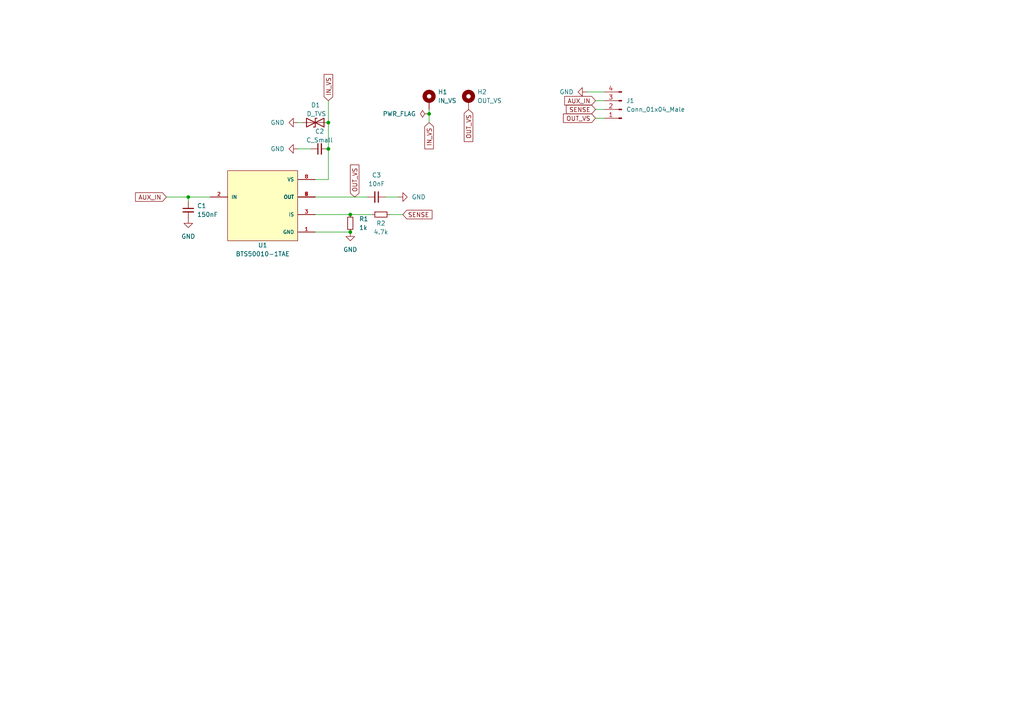
<source format=kicad_sch>
(kicad_sch (version 20211123) (generator eeschema)
  (paper "A4")
  (lib_symbols
    (symbol "Connector:Conn_01x04_Male" (pin_names (offset 1.016) hide)
      (property "Reference" "J" (at 0 5.08 0))
      (property "Value" "Conn_01x04_Male" (at 0 -7.62 0))
      (symbol "Conn_01x04_Male_1_1"
        (polyline (pts (xy 1.27 -5.08) (xy 0.8636 -5.08)) (stroke (width 0.1524)))
        (polyline (pts (xy 1.27 -2.54) (xy 0.8636 -2.54)) (stroke (width 0.1524)))
        (polyline (pts (xy 1.27 0) (xy 0.8636 0)) (stroke (width 0.1524)))
        (polyline (pts (xy 1.27 2.54) (xy 0.8636 2.54)) (stroke (width 0.1524)))
        (rectangle (start 0.8636 -4.953) (end 0 -5.207) (stroke (width 0.1524)) (fill (type outline)))
        (rectangle (start 0.8636 -2.413) (end 0 -2.667) (stroke (width 0.1524)) (fill (type outline)))
        (rectangle (start 0.8636 0.127) (end 0 -0.127) (stroke (width 0.1524)) (fill (type outline)))
        (rectangle (start 0.8636 2.667) (end 0 2.413) (stroke (width 0.1524)) (fill (type outline)))
        (pin passive line (at 5.08 2.54 180) (length 3.81) (name "Pin_1") (number "1"))
        (pin passive line (at 5.08 0 180) (length 3.81) (name "Pin_2") (number "2"))
        (pin passive line (at 5.08 -2.54 180) (length 3.81) (name "Pin_3") (number "3"))
        (pin passive line (at 5.08 -5.08 180) (length 3.81) (name "Pin_4") (number "4"))
      )
    )
    (symbol "Device:C_Small" (pin_numbers hide) (pin_names (offset 0.254) hide)
      (property "Reference" "C" (at 0.254 1.778 0))
      (property "Value" "C_Small" (at 0.254 -2.032 0))
      (symbol "C_Small_0_1"
        (polyline (pts (xy -1.524 -0.508) (xy 1.524 -0.508)) (stroke (width 0.3302)))
        (polyline (pts (xy -1.524 0.508) (xy 1.524 0.508)) (stroke (width 0.3048)))
      )
      (symbol "C_Small_1_1"
        (pin passive line (at 0 2.54 270) (length 2.032) (name "~") (number "1"))
        (pin passive line (at 0 -2.54 90) (length 2.032) (name "~") (number "2"))
      )
    )
    (symbol "Device:D_TVS" (pin_numbers hide) (pin_names (offset 1.016) hide)
      (property "Reference" "D" (at 0 2.54 0))
      (property "Value" "D_TVS" (at 0 -2.54 0))
      (symbol "D_TVS_0_1"
        (polyline (pts (xy 1.27 0) (xy -1.27 0)))
        (polyline (pts (xy 0.508 1.27) (xy 0 1.27) (xy 0 -1.27) (xy -0.508 -1.27)) (stroke (width 0.254)))
        (polyline (pts (xy -2.54 1.27) (xy -2.54 -1.27) (xy 2.54 1.27) (xy 2.54 -1.27) (xy -2.54 1.27)) (stroke (width 0.254)))
      )
      (symbol "D_TVS_1_1"
        (pin passive line (at -3.81 0 0) (length 2.54) (name "A1") (number "1"))
        (pin passive line (at 3.81 0 180) (length 2.54) (name "A2") (number "2"))
      )
    )
    (symbol "Device:R_Small" (pin_numbers hide) (pin_names (offset 0.254) hide)
      (property "Reference" "R" (at 0.762 0.508 0))
      (property "Value" "R_Small" (at 0.762 -1.016 0))
      (symbol "R_Small_0_1"
        (rectangle (start -0.762 1.778) (end 0.762 -1.778) (stroke (width 0.2032)))
      )
      (symbol "R_Small_1_1"
        (pin passive line (at 0 2.54 270) (length 0.762) (name "~") (number "1"))
        (pin passive line (at 0 -2.54 90) (length 0.762) (name "~") (number "2"))
      )
    )
    (symbol "Mechanical:MountingHole_Pad" (pin_numbers hide) (pin_names (offset 1.016) hide)
      (property "Reference" "H" (at 0 6.35 0))
      (property "Value" "MountingHole_Pad" (at 0 4.445 0))
      (symbol "MountingHole_Pad_0_1"
        (circle (center 0 1.27) (radius 1.27) (stroke (width 1.27)))
      )
      (symbol "MountingHole_Pad_1_1"
        (pin input line (at 0 -2.54 90) (length 2.54) (name "1") (number "1"))
      )
    )
    (symbol "PDM_additional:BTS50010-1TAE" (pin_names (offset 1.016))
      (property "Reference" "U" (at -10.16 10.795 0))
      (property "Value" "BTS50010-1TAE" (at -10.16 -12.065 0))
      (symbol "BTS50010-1TAE_0_0"
        (rectangle (start -10.16 -10.16) (end 10.16 10.16) (stroke (width 0.1524)) (fill (type background)))
        (pin power_in line (at 15.24 -7.62 180) (length 5.08) (name "GND") (number "1"))
        (pin input line (at -15.24 2.54 0) (length 5.08) (name "IN") (number "2"))
        (pin output line (at 15.24 -2.54 180) (length 5.08) (name "IS") (number "3"))
        (pin output line (at 15.24 2.54 180) (length 5.08) (name "OUT") (number "5"))
        (pin output line (at 15.24 2.54 180) (length 5.08) (name "OUT") (number "6"))
        (pin output line (at 15.24 2.54 180) (length 5.08) (name "OUT") (number "7"))
        (pin power_in line (at 15.24 7.62 180) (length 5.08) (name "VS") (number "8"))
      )
    )
    (symbol "power:GND" (power) (pin_names (offset 0))
      (property "Value" "GND" (at 0 -3.81 0))
      (symbol "GND_0_1"
        (polyline (pts (xy 0 0) (xy 0 -1.27) (xy 1.27 -1.27) (xy 0 -2.54) (xy -1.27 -1.27) (xy 0 -1.27)))
      )
      (symbol "GND_1_1"
        (pin power_in line (at 0 0 270) (length 0) hide (name "GND") (number "1"))
      )
    )
    (symbol "power:PWR_FLAG" (power) (pin_numbers hide) (pin_names (offset 0) hide)
      (property "Value" "PWR_FLAG" (at 0 3.81 0))
      (symbol "PWR_FLAG_0_0"
        (pin power_out line (at 0 0 90) (length 0) (name "pwr") (number "1"))
      )
      (symbol "PWR_FLAG_0_1"
        (polyline (pts (xy 0 0) (xy 0 1.27) (xy -1.016 1.905) (xy 0 2.54) (xy 1.016 1.905) (xy 0 1.27)))
      )
    )
  )
  (junction (at 95.25 43.18))
  (junction (at 101.6 67.31))
  (junction (at 124.46 33.02))
  (junction (at 95.25 35.56))
  (junction (at 101.6 62.23))
  (junction (at 54.61 57.15))
  (wire (pts (xy 124.46 33.02) (xy 124.46 35.56)))
  (wire (pts (xy 172.72 34.29) (xy 175.26 34.29)))
  (wire (pts (xy 172.72 29.21) (xy 175.26 29.21)))
  (wire (pts (xy 95.25 52.07) (xy 95.25 43.18)))
  (wire (pts (xy 172.72 31.75) (xy 175.26 31.75)))
  (wire (pts (xy 91.44 57.15) (xy 106.68 57.15)))
  (wire (pts (xy 54.61 57.15) (xy 54.61 58.42)))
  (wire (pts (xy 101.6 62.23) (xy 107.95 62.23)))
  (wire (pts (xy 91.44 52.07) (xy 95.25 52.07)))
  (wire (pts (xy 91.44 62.23) (xy 101.6 62.23)))
  (wire (pts (xy 86.36 35.56) (xy 87.63 35.56)))
  (wire (pts (xy 95.25 35.56) (xy 95.25 29.21)))
  (wire (pts (xy 113.03 62.23) (xy 116.84 62.23)))
  (wire (pts (xy 170.18 26.67) (xy 175.26 26.67)))
  (wire (pts (xy 124.46 31.75) (xy 124.46 33.02)))
  (wire (pts (xy 86.36 43.18) (xy 90.17 43.18)))
  (wire (pts (xy 48.26 57.15) (xy 54.61 57.15)))
  (wire (pts (xy 91.44 67.31) (xy 101.6 67.31)))
  (wire (pts (xy 60.96 57.15) (xy 54.61 57.15)))
  (wire (pts (xy 111.76 57.15) (xy 115.57 57.15)))
  (wire (pts (xy 95.25 43.18) (xy 95.25 35.56)))
  (global_label "AUX_IN" (shape input) (at 48.26 57.15 180) (property "Intersheet References" "${INTERSHEET_REFS}" (effects hide)))
  (global_label "IN_VS" (shape input) (at 95.25 29.21 90) (property "Intersheet References" "${INTERSHEET_REFS}" (effects hide)))
  (global_label "OUT_VS" (shape input) (at 172.72 34.29 180) (property "Intersheet References" "${INTERSHEET_REFS}" (effects hide)))
  (global_label "IN_VS" (shape input) (at 124.46 35.56 270) (property "Intersheet References" "${INTERSHEET_REFS}" (effects hide)))
  (global_label "SENSE" (shape input) (at 172.72 31.75 180) (property "Intersheet References" "${INTERSHEET_REFS}" (effects hide)))
  (global_label "SENSE" (shape input) (at 116.84 62.23 0) (property "Intersheet References" "${INTERSHEET_REFS}" (effects hide)))
  (global_label "OUT_VS" (shape input) (at 102.87 57.15 90) (property "Intersheet References" "${INTERSHEET_REFS}" (effects hide)))
  (global_label "AUX_IN" (shape input) (at 172.72 29.21 180) (property "Intersheet References" "${INTERSHEET_REFS}" (effects hide)))
  (global_label "OUT_VS" (shape input) (at 135.89 31.75 270) (property "Intersheet References" "${INTERSHEET_REFS}" (effects hide)))
  (symbol (lib_id "Device:C_Small") (at 109.22 57.15 270) (unit 1)
    (property "Reference" "C3" (at 109.2136 50.8 90))
    (property "Value" "10nF" (at 109.2136 53.34 90))
    (property "Footprint" "Capacitor_SMD:C_0805_2012Metric_Pad1.18x1.45mm_HandSolder" (effects hide))
  )
  (symbol (lib_id "PDM_additional:BTS50010-1TAE") (at 76.2 59.69 0) (unit 1)
    (property "Reference" "U1" (at 76.2 71.12 0))
    (property "Value" "BTS50010-1TAE" (at 76.2 73.66 0))
    (property "Footprint" "PDM_Additional:TO127P1500X440-8N" (effects hide))
    (property "STANDARD" "IPC-7351B" (effects hide))
    (property "MAXIMUM_PACKAGE_HEIGHT" "4.4mm" (effects hide))
    (property "MANUFACTURER" "Infineon" (effects hide))
    (property "PARTREV" "1.0" (effects hide))
  )
  (symbol (lib_id "Device:C_Small") (at 54.61 60.96 0) (unit 1)
    (property "Reference" "C1" (at 57.15 59.6962 0) (effects (justify left)))
    (property "Value" "150nF" (at 57.15 62.2362 0) (effects (justify left)))
    (property "Footprint" "Capacitor_SMD:C_0805_2012Metric_Pad1.18x1.45mm_HandSolder" (effects hide))
  )
  (symbol (lib_id "power:GND") (at 101.6 67.31 0) (unit 1)
    (property "Reference" "#PWR0106" (effects hide))
    (property "Value" "GND" (at 101.6 72.39 0))
  )
  (symbol (lib_id "Device:C_Small") (at 92.71 43.18 90) (unit 1)
    (property "Reference" "C2" (at 92.71 38.1 90))
    (property "Value" "C_Small" (at 92.71 40.64 90))
    (property "Footprint" "Capacitor_SMD:C_0805_2012Metric_Pad1.18x1.45mm_HandSolder" (effects hide))
  )
  (symbol (lib_id "power:GND") (at 115.57 57.15 90) (unit 1)
    (property "Reference" "#PWR0102" (effects hide))
    (property "Value" "GND" (at 119.38 57.1499 90) (effects (justify right)))
  )
  (symbol (lib_id "power:PWR_FLAG") (at 124.46 33.02 90) (unit 1)
    (property "Reference" "#FLG0101" (effects hide))
    (property "Value" "PWR_FLAG" (at 120.65 33.0199 90) (effects (justify left)))
  )
  (symbol (lib_id "Connector:Conn_01x04_Male") (at 180.34 31.75 180) (unit 1)
    (property "Reference" "J1" (at 181.61 29.2099 0) (effects (justify right)))
    (property "Value" "Conn_01x04_Male" (at 181.61 31.7499 0) (effects (justify right)))
    (property "Footprint" "Connector_PinHeader_2.54mm:PinHeader_1x04_P2.54mm_Vertical" (effects hide))
  )
  (symbol (lib_id "Device:R_Small") (at 101.6 64.77 0) (unit 1)
    (property "Reference" "R1" (at 104.14 63.4999 0) (effects (justify left)))
    (property "Value" "1k" (at 104.14 66.0399 0) (effects (justify left)))
    (property "Footprint" "Resistor_SMD:R_0805_2012Metric_Pad1.20x1.40mm_HandSolder" (effects hide))
  )
  (symbol (lib_id "Mechanical:MountingHole_Pad") (at 135.89 29.21 0) (unit 1)
    (property "Reference" "H2" (at 138.43 26.6699 0) (effects (justify left)))
    (property "Value" "OUT_VS" (at 138.43 29.2099 0) (effects (justify left)))
    (property "Footprint" "MountingHole:MountingHole_3.2mm_M3_ISO7380_Pad_TopBottom" (effects hide))
  )
  (symbol (lib_id "power:GND") (at 86.36 43.18 270) (unit 1)
    (property "Reference" "#PWR0105" (effects hide))
    (property "Value" "GND" (at 82.55 43.1799 90) (effects (justify right)))
  )
  (symbol (lib_id "power:GND") (at 86.36 35.56 270) (unit 1)
    (property "Reference" "#PWR0101" (effects hide))
    (property "Value" "GND" (at 82.55 35.5599 90) (effects (justify right)))
  )
  (symbol (lib_id "power:GND") (at 170.18 26.67 270) (unit 1)
    (property "Reference" "#PWR0107" (effects hide))
    (property "Value" "GND" (at 166.37 26.6699 90) (effects (justify right)))
  )
  (symbol (lib_id "Device:R_Small") (at 110.49 62.23 270) (unit 1)
    (property "Reference" "R2" (at 110.49 64.77 90))
    (property "Value" "4.7k" (at 110.49 67.31 90))
    (property "Footprint" "Resistor_SMD:R_0805_2012Metric_Pad1.20x1.40mm_HandSolder" (effects hide))
  )
  (symbol (lib_id "power:GND") (at 54.61 63.5 0) (unit 1)
    (property "Reference" "#PWR0104" (effects hide))
    (property "Value" "GND" (at 54.61 68.58 0))
  )
  (symbol (lib_id "Device:D_TVS") (at 91.44 35.56 180) (unit 1)
    (property "Reference" "D1" (at 90.17 30.48 0) (effects (justify right)))
    (property "Value" "D_TVS" (at 88.9 33.02 0) (effects (justify right)))
    (property "Footprint" "Diode_SMD:D_SMA" (effects hide))
  )
  (symbol (lib_id "Mechanical:MountingHole_Pad") (at 124.46 29.21 0) (unit 1)
    (property "Reference" "H1" (at 127 26.6699 0) (effects (justify left)))
    (property "Value" "IN_VS" (at 127 29.2099 0) (effects (justify left)))
    (property "Footprint" "MountingHole:MountingHole_3.2mm_M3_ISO7380_Pad_TopBottom" (effects hide))
  )
)
</source>
